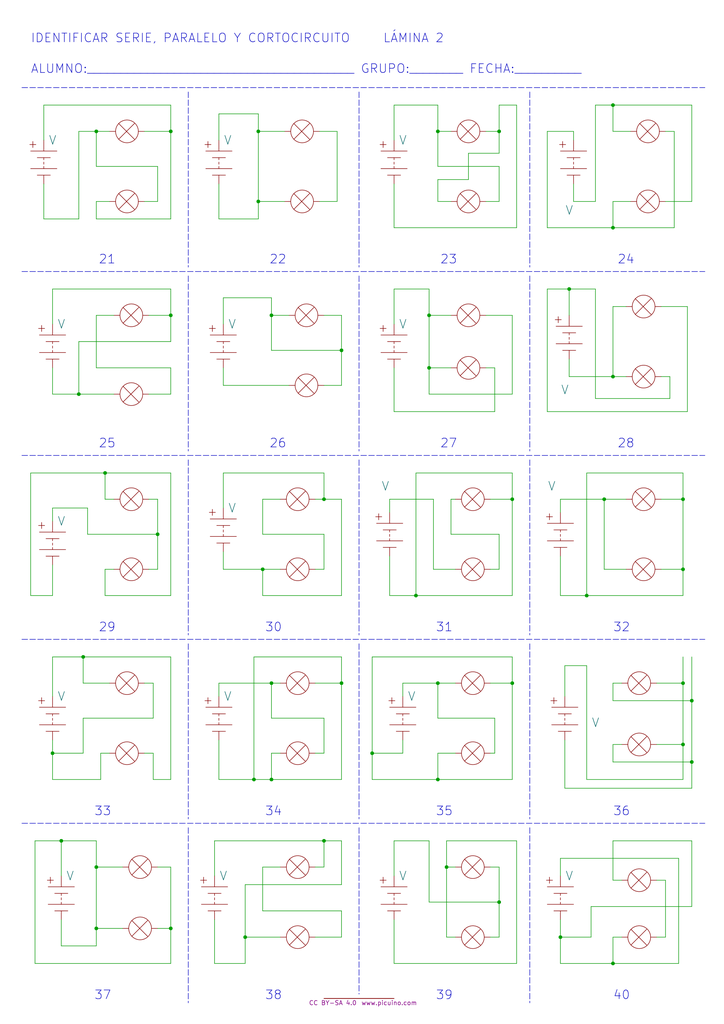
<source format=kicad_sch>
(kicad_sch (version 20211123) (generator eeschema)
  (paper "A4" portrait)
  (title_block (title "Circuitos eléctricos. Identificar serie, paralelo y cortocircuito") (date "16/11/2018") (company "www.picuino.com") (comment 1 "Copyright (c) 2018 by Carlos Pardo") (comment 2 "License CC BY-SA 4.0"))
  (lib_symbols
    (symbol "electric-serie-paralelo-rescue:CopyRight-simbolos" (pin_names (offset 1.016))
      (property "License" "CC BY-SA 4.0" (at -1.27 -1.27 0))
      (property "Web" "www.picuino.com" (at 0 -1.27 0))
      (symbol "CopyRight-simbolos_0_1"
        (polyline (pts (xy -10.16 0) (xy 10.16 0)) (stroke (width 0.2032)))
      )
    )
    (symbol "electric-serie-paralelo-rescue:bateria-simbolos" (pin_names (offset 1.016))
      (property "Reference" "V" (at 5.08 -4.445 0))
      (symbol "bateria-simbolos_0_1"
        (polyline (pts (xy -4.064 -1.27) (xy -2.286 -1.27)))
        (polyline (pts (xy -3.81 -8.255) (xy 3.81 -8.255)))
        (polyline (pts (xy -3.81 -3.175) (xy 3.81 -3.175)))
        (polyline (pts (xy -3.175 -0.381) (xy -3.175 -2.159)))
        (polyline (pts (xy -1.905 -10.16) (xy 1.905 -10.16)))
        (polyline (pts (xy -1.905 -5.08) (xy 1.905 -5.08)))
        (polyline (pts (xy 0 -8.255) (xy 0 -7.62)))
        (polyline (pts (xy 0 -6.985) (xy 0 -6.35)))
        (polyline (pts (xy 0 -5.715) (xy 0 -5.08)))
      )
      (symbol "bateria-simbolos_1_1"
        (pin input line (at 0 -12.7 90) (length 2.54) (name "") (number ""))
        (pin input line (at 0 0 270) (length 3.175) (name "") (number ""))
      )
    )
    (symbol "electric-serie-paralelo-rescue:lampara-simbolos" (pin_names (offset 1.016))
      (property "Reference" "L" (at 4.445 -5.08 0))
      (symbol "lampara-simbolos_0_1"
        (circle (center 0 -5.08) (radius 3.302))
        (polyline (pts (xy -2.286 -7.493) (xy 2.286 -2.921)))
        (polyline (pts (xy -2.286 -2.921) (xy 2.286 -7.493)))
      )
      (symbol "lampara-simbolos_1_1"
        (pin input line (at 0 -10.16 90) (length 1.778) (name "") (number ""))
        (pin input line (at 0 0 270) (length 1.778) (name "") (number ""))
      )
    )
  )
  (junction (at 200.66 220.98))
  (junction (at 127 38.1))
  (junction (at 198.12 198.12))
  (junction (at 198.12 144.78))
  (junction (at 27.94 38.1))
  (junction (at 76.2 165.1))
  (junction (at 177.8 66.04))
  (junction (at 107.95 218.44))
  (junction (at 170.18 172.72))
  (junction (at 198.12 165.1))
  (junction (at 30.48 137.16))
  (junction (at 71.12 271.78))
  (junction (at 15.24 218.44))
  (junction (at 93.98 144.78))
  (junction (at 78.74 198.12))
  (junction (at 27.94 251.46))
  (junction (at 148.59 198.12))
  (junction (at 127 226.06))
  (junction (at 99.06 101.6))
  (junction (at 177.8 279.4))
  (junction (at 17.78 243.84))
  (junction (at 144.78 38.1))
  (junction (at 78.74 226.06))
  (junction (at 165.1 83.82))
  (junction (at 120.65 172.72))
  (junction (at 124.46 91.44))
  (junction (at 74.93 58.42))
  (junction (at 49.53 269.24))
  (junction (at 198.12 215.9))
  (junction (at 93.98 243.84))
  (junction (at 73.66 226.06))
  (junction (at 177.8 30.48))
  (junction (at 45.72 154.94))
  (junction (at 129.54 251.46))
  (junction (at 148.59 144.78))
  (junction (at 49.53 38.1))
  (junction (at 27.94 269.24))
  (junction (at 22.86 114.3))
  (junction (at 177.8 109.22))
  (junction (at 49.53 91.44))
  (junction (at 200.66 203.2))
  (junction (at 74.93 38.1))
  (junction (at 162.56 271.78))
  (junction (at 24.13 190.5))
  (junction (at 124.46 106.68))
  (junction (at 175.26 144.78))
  (junction (at 144.78 261.62))
  (junction (at 78.74 91.44))
  (junction (at 99.06 198.12))
  (junction (at 127 198.12))
  (wire (pts (xy 148.59 144.78) (xy 148.59 172.72)))
  (wire (pts (xy 63.5 33.02) (xy 74.93 33.02)))
  (wire (pts (xy 17.78 254) (xy 17.78 243.84)))
  (wire (pts (xy 158.75 83.82) (xy 158.75 119.38)))
  (wire (pts (xy 135.89 52.07) (xy 135.89 44.45)))
  (wire (pts (xy 127 58.42) (xy 127 52.07)))
  (wire (pts (xy 29.21 226.06) (xy 15.24 226.06)))
  (wire (pts (xy 91.44 271.78) (xy 99.06 271.78)))
  (wire (pts (xy 127 52.07) (xy 135.89 52.07)))
  (wire (pts (xy 149.86 30.48) (xy 149.86 66.04)))
  (wire (pts (xy 63.5 198.12) (xy 78.74 198.12)))
  (wire (pts (xy 78.74 208.28) (xy 93.98 208.28)))
  (wire (pts (xy 144.78 38.1) (xy 144.78 30.48)))
  (wire (pts (xy 49.53 251.46) (xy 45.72 251.46)))
  (polyline (pts (xy 6.35 238.76) (xy 204.47 238.76)))
  (wire (pts (xy 199.39 119.38) (xy 199.39 88.9)))
  (wire (pts (xy 116.84 218.44) (xy 116.84 214.63)))
  (wire (pts (xy 33.02 165.1) (xy 30.48 165.1)))
  (wire (pts (xy 64.77 106.68) (xy 64.77 111.76)))
  (wire (pts (xy 171.45 262.89) (xy 171.45 271.78)))
  (wire (pts (xy 74.93 33.02) (xy 74.93 38.1)))
  (polyline (pts (xy 54.61 26.67) (xy 54.61 77.47)))
  (wire (pts (xy 27.94 251.46) (xy 27.94 269.24)))
  (wire (pts (xy 166.37 38.1) (xy 158.75 38.1)))
  (wire (pts (xy 45.72 48.26) (xy 45.72 58.42)))
  (wire (pts (xy 78.74 198.12) (xy 78.74 208.28)))
  (wire (pts (xy 132.08 271.78) (xy 129.54 271.78)))
  (wire (pts (xy 24.13 208.28) (xy 44.45 208.28)))
  (wire (pts (xy 81.28 144.78) (xy 76.2 144.78)))
  (wire (pts (xy 165.1 83.82) (xy 158.75 83.82)))
  (wire (pts (xy 78.74 86.36) (xy 64.77 86.36)))
  (wire (pts (xy 177.8 215.9) (xy 177.8 220.98)))
  (wire (pts (xy 99.06 264.16) (xy 76.2 264.16)))
  (wire (pts (xy 198.12 215.9) (xy 198.12 226.06)))
  (wire (pts (xy 163.83 193.04) (xy 170.18 193.04)))
  (wire (pts (xy 49.53 30.48) (xy 49.53 38.1)))
  (wire (pts (xy 93.98 243.84) (xy 99.06 243.84)))
  (wire (pts (xy 198.12 198.12) (xy 190.5 198.12)))
  (wire (pts (xy 45.72 144.78) (xy 43.18 144.78)))
  (wire (pts (xy 62.23 254) (xy 62.23 243.84)))
  (wire (pts (xy 93.98 154.94) (xy 93.98 165.1)))
  (wire (pts (xy 76.2 165.1) (xy 76.2 172.72)))
  (wire (pts (xy 148.59 226.06) (xy 148.59 198.12)))
  (wire (pts (xy 76.2 165.1) (xy 64.77 165.1)))
  (wire (pts (xy 114.3 93.98) (xy 114.3 83.82)))
  (wire (pts (xy 198.12 165.1) (xy 198.12 172.72)))
  (wire (pts (xy 166.37 58.42) (xy 172.72 58.42)))
  (wire (pts (xy 125.73 144.78) (xy 125.73 165.1)))
  (wire (pts (xy 144.78 251.46) (xy 144.78 261.62)))
  (wire (pts (xy 163.83 228.6) (xy 200.66 228.6)))
  (wire (pts (xy 181.61 88.9) (xy 177.8 88.9)))
  (wire (pts (xy 162.56 254) (xy 162.56 248.92)))
  (wire (pts (xy 27.94 38.1) (xy 27.94 48.26)))
  (wire (pts (xy 148.59 137.16) (xy 120.65 137.16)))
  (wire (pts (xy 148.59 114.3) (xy 148.59 91.44)))
  (wire (pts (xy 166.37 40.64) (xy 166.37 38.1)))
  (wire (pts (xy 15.24 83.82) (xy 49.53 83.82)))
  (wire (pts (xy 158.75 119.38) (xy 199.39 119.38)))
  (wire (pts (xy 93.98 144.78) (xy 91.44 144.78)))
  (wire (pts (xy 165.1 109.22) (xy 165.1 104.14)))
  (wire (pts (xy 15.24 172.72) (xy 8.89 172.72)))
  (wire (pts (xy 17.78 243.84) (xy 27.94 243.84)))
  (wire (pts (xy 125.73 165.1) (xy 132.08 165.1)))
  (wire (pts (xy 166.37 53.34) (xy 166.37 58.42)))
  (wire (pts (xy 44.45 218.44) (xy 44.45 226.06)))
  (wire (pts (xy 198.12 226.06) (xy 170.18 226.06)))
  (polyline (pts (xy 54.61 133.35) (xy 54.61 184.15)))
  (polyline (pts (xy 104.14 80.01) (xy 104.14 130.81)))
  (wire (pts (xy 27.94 91.44) (xy 27.94 106.68)))
  (wire (pts (xy 114.3 83.82) (xy 124.46 83.82)))
  (wire (pts (xy 198.12 144.78) (xy 198.12 165.1)))
  (wire (pts (xy 200.66 190.5) (xy 200.66 203.2)))
  (wire (pts (xy 10.16 243.84) (xy 10.16 279.4)))
  (wire (pts (xy 82.55 38.1) (xy 74.93 38.1)))
  (wire (pts (xy 30.48 144.78) (xy 33.02 144.78)))
  (wire (pts (xy 196.85 248.92) (xy 196.85 279.4)))
  (wire (pts (xy 170.18 226.06) (xy 170.18 193.04)))
  (wire (pts (xy 193.04 271.78) (xy 190.5 271.78)))
  (wire (pts (xy 49.53 91.44) (xy 49.53 99.06)))
  (wire (pts (xy 165.1 83.82) (xy 172.72 83.82)))
  (wire (pts (xy 177.8 30.48) (xy 200.66 30.48)))
  (wire (pts (xy 49.53 137.16) (xy 30.48 137.16)))
  (wire (pts (xy 165.1 91.44) (xy 165.1 83.82)))
  (polyline (pts (xy 6.35 185.42) (xy 204.47 185.42)))
  (wire (pts (xy 29.21 218.44) (xy 29.21 226.06)))
  (wire (pts (xy 15.24 218.44) (xy 24.13 218.44)))
  (wire (pts (xy 27.94 38.1) (xy 31.75 38.1)))
  (wire (pts (xy 107.95 190.5) (xy 107.95 218.44)))
  (wire (pts (xy 73.66 226.06) (xy 78.74 226.06)))
  (wire (pts (xy 149.86 66.04) (xy 114.3 66.04)))
  (wire (pts (xy 71.12 271.78) (xy 71.12 279.4)))
  (wire (pts (xy 177.8 109.22) (xy 181.61 109.22)))
  (wire (pts (xy 142.24 165.1) (xy 144.78 165.1)))
  (wire (pts (xy 31.75 218.44) (xy 29.21 218.44)))
  (wire (pts (xy 24.13 190.5) (xy 49.53 190.5)))
  (wire (pts (xy 99.06 256.54) (xy 71.12 256.54)))
  (wire (pts (xy 93.98 91.44) (xy 99.06 91.44)))
  (wire (pts (xy 15.24 190.5) (xy 24.13 190.5)))
  (wire (pts (xy 63.5 226.06) (xy 63.5 214.63)))
  (wire (pts (xy 76.2 251.46) (xy 81.28 251.46)))
  (polyline (pts (xy 104.14 240.03) (xy 104.14 288.29)))
  (wire (pts (xy 158.75 66.04) (xy 177.8 66.04)))
  (wire (pts (xy 200.66 58.42) (xy 193.04 58.42)))
  (wire (pts (xy 148.59 91.44) (xy 140.97 91.44)))
  (wire (pts (xy 63.5 201.93) (xy 63.5 198.12)))
  (wire (pts (xy 30.48 172.72) (xy 49.53 172.72)))
  (wire (pts (xy 177.8 109.22) (xy 165.1 109.22)))
  (wire (pts (xy 107.95 218.44) (xy 107.95 226.06)))
  (polyline (pts (xy 54.61 186.69) (xy 54.61 237.49)))
  (wire (pts (xy 49.53 190.5) (xy 49.53 226.06)))
  (wire (pts (xy 194.31 115.57) (xy 194.31 109.22)))
  (wire (pts (xy 49.53 114.3) (xy 43.18 114.3)))
  (wire (pts (xy 162.56 271.78) (xy 162.56 266.7)))
  (polyline (pts (xy 153.67 26.67) (xy 153.67 77.47)))
  (wire (pts (xy 41.91 218.44) (xy 44.45 218.44)))
  (wire (pts (xy 93.98 165.1) (xy 91.44 165.1)))
  (wire (pts (xy 127 198.12) (xy 127 208.28)))
  (wire (pts (xy 144.78 58.42) (xy 140.97 58.42)))
  (wire (pts (xy 27.94 63.5) (xy 27.94 58.42)))
  (polyline (pts (xy 54.61 240.03) (xy 54.61 290.83)))
  (wire (pts (xy 15.24 201.93) (xy 15.24 190.5)))
  (wire (pts (xy 64.77 147.32) (xy 64.77 137.16)))
  (wire (pts (xy 177.8 66.04) (xy 195.58 66.04)))
  (wire (pts (xy 27.94 243.84) (xy 27.94 251.46)))
  (wire (pts (xy 17.78 243.84) (xy 10.16 243.84)))
  (wire (pts (xy 162.56 148.59) (xy 162.56 144.78)))
  (wire (pts (xy 81.28 218.44) (xy 78.74 218.44)))
  (wire (pts (xy 177.8 198.12) (xy 177.8 203.2)))
  (wire (pts (xy 200.66 262.89) (xy 171.45 262.89)))
  (wire (pts (xy 99.06 172.72) (xy 99.06 144.78)))
  (wire (pts (xy 83.82 91.44) (xy 78.74 91.44)))
  (wire (pts (xy 127 218.44) (xy 127 226.06)))
  (wire (pts (xy 22.86 38.1) (xy 27.94 38.1)))
  (wire (pts (xy 78.74 226.06) (xy 99.06 226.06)))
  (wire (pts (xy 78.74 91.44) (xy 78.74 101.6)))
  (wire (pts (xy 49.53 38.1) (xy 49.53 63.5)))
  (wire (pts (xy 99.06 111.76) (xy 93.98 111.76)))
  (wire (pts (xy 127 30.48) (xy 127 38.1)))
  (wire (pts (xy 24.13 218.44) (xy 24.13 208.28)))
  (wire (pts (xy 116.84 198.12) (xy 116.84 201.93)))
  (wire (pts (xy 91.44 251.46) (xy 93.98 251.46)))
  (wire (pts (xy 93.98 251.46) (xy 93.98 243.84)))
  (wire (pts (xy 73.66 226.06) (xy 63.5 226.06)))
  (wire (pts (xy 198.12 198.12) (xy 198.12 215.9)))
  (wire (pts (xy 200.66 243.84) (xy 200.66 262.89)))
  (polyline (pts (xy 153.67 186.69) (xy 153.67 237.49)))
  (wire (pts (xy 49.53 83.82) (xy 49.53 91.44)))
  (wire (pts (xy 99.06 144.78) (xy 93.98 144.78)))
  (wire (pts (xy 114.3 30.48) (xy 127 30.48)))
  (wire (pts (xy 180.34 215.9) (xy 177.8 215.9)))
  (wire (pts (xy 45.72 58.42) (xy 41.91 58.42)))
  (wire (pts (xy 200.66 30.48) (xy 200.66 58.42)))
  (wire (pts (xy 73.66 190.5) (xy 73.66 226.06)))
  (wire (pts (xy 24.13 198.12) (xy 24.13 190.5)))
  (wire (pts (xy 64.77 137.16) (xy 93.98 137.16)))
  (wire (pts (xy 140.97 106.68) (xy 143.51 106.68)))
  (wire (pts (xy 198.12 215.9) (xy 190.5 215.9)))
  (wire (pts (xy 144.78 271.78) (xy 142.24 271.78)))
  (wire (pts (xy 76.2 172.72) (xy 99.06 172.72)))
  (wire (pts (xy 12.7 30.48) (xy 49.53 30.48)))
  (wire (pts (xy 30.48 165.1) (xy 30.48 172.72)))
  (wire (pts (xy 74.93 38.1) (xy 74.93 58.42)))
  (wire (pts (xy 144.78 165.1) (xy 144.78 154.94)))
  (wire (pts (xy 170.18 172.72) (xy 162.56 172.72)))
  (wire (pts (xy 78.74 101.6) (xy 99.06 101.6)))
  (wire (pts (xy 124.46 261.62) (xy 144.78 261.62)))
  (wire (pts (xy 71.12 279.4) (xy 62.23 279.4)))
  (wire (pts (xy 124.46 114.3) (xy 148.59 114.3)))
  (wire (pts (xy 194.31 109.22) (xy 191.77 109.22)))
  (wire (pts (xy 45.72 154.94) (xy 45.72 165.1)))
  (wire (pts (xy 162.56 172.72) (xy 162.56 161.29)))
  (wire (pts (xy 93.98 137.16) (xy 93.98 144.78)))
  (wire (pts (xy 22.86 114.3) (xy 33.02 114.3)))
  (wire (pts (xy 62.23 279.4) (xy 62.23 266.7)))
  (wire (pts (xy 127 226.06) (xy 148.59 226.06)))
  (wire (pts (xy 190.5 255.27) (xy 193.04 255.27)))
  (wire (pts (xy 76.2 154.94) (xy 93.98 154.94)))
  (wire (pts (xy 130.81 154.94) (xy 130.81 144.78)))
  (polyline (pts (xy 153.67 240.03) (xy 153.67 290.83)))
  (wire (pts (xy 163.83 201.93) (xy 163.83 193.04)))
  (wire (pts (xy 195.58 38.1) (xy 193.04 38.1)))
  (wire (pts (xy 114.3 119.38) (xy 114.3 106.68)))
  (wire (pts (xy 177.8 243.84) (xy 200.66 243.84)))
  (wire (pts (xy 97.79 38.1) (xy 97.79 58.42)))
  (wire (pts (xy 143.51 218.44) (xy 142.24 218.44)))
  (wire (pts (xy 130.81 144.78) (xy 132.08 144.78)))
  (wire (pts (xy 172.72 115.57) (xy 194.31 115.57)))
  (wire (pts (xy 149.86 243.84) (xy 149.86 279.4)))
  (wire (pts (xy 198.12 172.72) (xy 170.18 172.72)))
  (wire (pts (xy 49.53 269.24) (xy 49.53 251.46)))
  (wire (pts (xy 114.3 40.64) (xy 114.3 30.48)))
  (wire (pts (xy 12.7 53.34) (xy 12.7 63.5)))
  (wire (pts (xy 12.7 40.64) (xy 12.7 30.48)))
  (wire (pts (xy 144.78 30.48) (xy 149.86 30.48)))
  (wire (pts (xy 171.45 271.78) (xy 162.56 271.78)))
  (wire (pts (xy 177.8 271.78) (xy 177.8 279.4)))
  (wire (pts (xy 144.78 44.45) (xy 144.78 38.1)))
  (wire (pts (xy 170.18 137.16) (xy 170.18 172.72)))
  (wire (pts (xy 92.71 38.1) (xy 97.79 38.1)))
  (wire (pts (xy 142.24 251.46) (xy 144.78 251.46)))
  (wire (pts (xy 49.53 106.68) (xy 49.53 114.3)))
  (polyline (pts (xy 6.35 78.74) (xy 204.47 78.74)))
  (wire (pts (xy 144.78 154.94) (xy 130.81 154.94)))
  (wire (pts (xy 132.08 198.12) (xy 127 198.12)))
  (wire (pts (xy 113.03 148.59) (xy 113.03 144.78)))
  (wire (pts (xy 63.5 40.64) (xy 63.5 33.02)))
  (wire (pts (xy 124.46 243.84) (xy 124.46 261.62)))
  (wire (pts (xy 25.4 147.32) (xy 25.4 154.94)))
  (wire (pts (xy 35.56 269.24) (xy 27.94 269.24)))
  (wire (pts (xy 64.77 86.36) (xy 64.77 93.98)))
  (wire (pts (xy 124.46 106.68) (xy 124.46 114.3)))
  (wire (pts (xy 22.86 63.5) (xy 22.86 38.1)))
  (wire (pts (xy 27.94 48.26) (xy 45.72 48.26)))
  (wire (pts (xy 78.74 218.44) (xy 78.74 226.06)))
  (wire (pts (xy 74.93 63.5) (xy 63.5 63.5)))
  (wire (pts (xy 114.3 66.04) (xy 114.3 53.34)))
  (polyline (pts (xy 6.35 132.08) (xy 204.47 132.08)))
  (wire (pts (xy 97.79 58.42) (xy 92.71 58.42)))
  (wire (pts (xy 45.72 165.1) (xy 43.18 165.1)))
  (wire (pts (xy 198.12 137.16) (xy 170.18 137.16)))
  (wire (pts (xy 120.65 137.16) (xy 120.65 172.72)))
  (wire (pts (xy 49.53 269.24) (xy 45.72 269.24)))
  (polyline (pts (xy 104.14 186.69) (xy 104.14 237.49)))
  (wire (pts (xy 71.12 256.54) (xy 71.12 271.78)))
  (wire (pts (xy 199.39 88.9) (xy 191.77 88.9)))
  (wire (pts (xy 44.45 198.12) (xy 41.91 198.12)))
  (wire (pts (xy 124.46 83.82) (xy 124.46 91.44)))
  (wire (pts (xy 182.88 38.1) (xy 177.8 38.1)))
  (wire (pts (xy 99.06 198.12) (xy 91.44 198.12)))
  (polyline (pts (xy 153.67 133.35) (xy 153.67 184.15)))
  (wire (pts (xy 177.8 255.27) (xy 177.8 243.84)))
  (wire (pts (xy 158.75 38.1) (xy 158.75 66.04)))
  (wire (pts (xy 196.85 279.4) (xy 177.8 279.4)))
  (wire (pts (xy 17.78 274.32) (xy 17.78 266.7)))
  (wire (pts (xy 200.66 220.98) (xy 200.66 228.6)))
  (wire (pts (xy 129.54 243.84) (xy 149.86 243.84)))
  (wire (pts (xy 175.26 144.78) (xy 181.61 144.78)))
  (wire (pts (xy 15.24 114.3) (xy 15.24 106.68)))
  (wire (pts (xy 130.81 58.42) (xy 127 58.42)))
  (wire (pts (xy 81.28 165.1) (xy 76.2 165.1)))
  (wire (pts (xy 127 198.12) (xy 116.84 198.12)))
  (wire (pts (xy 177.8 220.98) (xy 200.66 220.98)))
  (wire (pts (xy 99.06 271.78) (xy 99.06 264.16)))
  (wire (pts (xy 177.8 279.4) (xy 162.56 279.4)))
  (wire (pts (xy 130.81 106.68) (xy 124.46 106.68)))
  (wire (pts (xy 49.53 226.06) (xy 44.45 226.06)))
  (wire (pts (xy 132.08 218.44) (xy 127 218.44)))
  (wire (pts (xy 143.51 106.68) (xy 143.51 119.38)))
  (wire (pts (xy 129.54 271.78) (xy 129.54 251.46)))
  (wire (pts (xy 114.3 243.84) (xy 124.46 243.84)))
  (wire (pts (xy 172.72 83.82) (xy 172.72 115.57)))
  (wire (pts (xy 78.74 91.44) (xy 78.74 86.36)))
  (wire (pts (xy 162.56 279.4) (xy 162.56 271.78)))
  (wire (pts (xy 49.53 63.5) (xy 27.94 63.5)))
  (wire (pts (xy 127 38.1) (xy 130.81 38.1)))
  (wire (pts (xy 175.26 144.78) (xy 175.26 165.1)))
  (wire (pts (xy 15.24 93.98) (xy 15.24 83.82)))
  (wire (pts (xy 144.78 48.26) (xy 144.78 58.42)))
  (wire (pts (xy 114.3 279.4) (xy 114.3 266.7)))
  (wire (pts (xy 129.54 251.46) (xy 132.08 251.46)))
  (wire (pts (xy 22.86 114.3) (xy 15.24 114.3)))
  (wire (pts (xy 148.59 144.78) (xy 148.59 137.16)))
  (wire (pts (xy 191.77 165.1) (xy 198.12 165.1)))
  (wire (pts (xy 127 48.26) (xy 144.78 48.26)))
  (wire (pts (xy 93.98 218.44) (xy 91.44 218.44)))
  (polyline (pts (xy 104.14 26.67) (xy 104.14 77.47)))
  (wire (pts (xy 198.12 144.78) (xy 198.12 137.16)))
  (wire (pts (xy 198.12 190.5) (xy 198.12 198.12)))
  (wire (pts (xy 99.06 198.12) (xy 99.06 190.5)))
  (wire (pts (xy 99.06 101.6) (xy 99.06 111.76)))
  (wire (pts (xy 81.28 271.78) (xy 71.12 271.78)))
  (polyline (pts (xy 6.35 25.4) (xy 204.47 25.4)))
  (wire (pts (xy 10.16 279.4) (xy 49.53 279.4)))
  (polyline (pts (xy 54.61 80.01) (xy 54.61 130.81)))
  (wire (pts (xy 113.03 172.72) (xy 113.03 161.29)))
  (wire (pts (xy 129.54 243.84) (xy 129.54 251.46)))
  (wire (pts (xy 62.23 243.84) (xy 93.98 243.84)))
  (wire (pts (xy 49.53 38.1) (xy 41.91 38.1)))
  (wire (pts (xy 107.95 218.44) (xy 116.84 218.44)))
  (wire (pts (xy 74.93 58.42) (xy 74.93 63.5)))
  (wire (pts (xy 149.86 279.4) (xy 114.3 279.4)))
  (wire (pts (xy 182.88 58.42) (xy 177.8 58.42)))
  (wire (pts (xy 107.95 226.06) (xy 127 226.06)))
  (wire (pts (xy 180.34 198.12) (xy 177.8 198.12)))
  (wire (pts (xy 162.56 248.92) (xy 196.85 248.92)))
  (wire (pts (xy 15.24 218.44) (xy 15.24 214.63)))
  (wire (pts (xy 140.97 38.1) (xy 144.78 38.1)))
  (wire (pts (xy 127 38.1) (xy 127 48.26)))
  (wire (pts (xy 177.8 88.9) (xy 177.8 109.22)))
  (wire (pts (xy 30.48 137.16) (xy 30.48 144.78)))
  (wire (pts (xy 22.86 99.06) (xy 22.86 114.3)))
  (wire (pts (xy 148.59 190.5) (xy 107.95 190.5)))
  (wire (pts (xy 180.34 271.78) (xy 177.8 271.78)))
  (wire (pts (xy 142.24 144.78) (xy 148.59 144.78)))
  (wire (pts (xy 195.58 66.04) (xy 195.58 38.1)))
  (wire (pts (xy 200.66 203.2) (xy 200.66 220.98)))
  (wire (pts (xy 82.55 58.42) (xy 74.93 58.42)))
  (wire (pts (xy 143.51 208.28) (xy 143.51 218.44)))
  (wire (pts (xy 148.59 198.12) (xy 142.24 198.12)))
  (wire (pts (xy 44.45 208.28) (xy 44.45 198.12)))
  (wire (pts (xy 8.89 172.72) (xy 8.89 137.16)))
  (wire (pts (xy 163.83 214.63) (xy 163.83 228.6)))
  (wire (pts (xy 177.8 38.1) (xy 177.8 30.48)))
  (wire (pts (xy 64.77 165.1) (xy 64.77 160.02)))
  (polyline (pts (xy 104.14 133.35) (xy 104.14 184.15)))
  (wire (pts (xy 113.03 144.78) (xy 125.73 144.78)))
  (wire (pts (xy 99.06 190.5) (xy 73.66 190.5)))
  (wire (pts (xy 144.78 261.62) (xy 144.78 271.78)))
  (wire (pts (xy 25.4 154.94) (xy 45.72 154.94)))
  (wire (pts (xy 78.74 198.12) (xy 81.28 198.12)))
  (wire (pts (xy 27.94 106.68) (xy 49.53 106.68)))
  (wire (pts (xy 175.26 165.1) (xy 181.61 165.1)))
  (wire (pts (xy 127 208.28) (xy 143.51 208.28)))
  (wire (pts (xy 27.94 58.42) (xy 31.75 58.42)))
  (wire (pts (xy 124.46 91.44) (xy 124.46 106.68)))
  (wire (pts (xy 172.72 30.48) (xy 177.8 30.48)))
  (wire (pts (xy 177.8 203.2) (xy 200.66 203.2)))
  (wire (pts (xy 99.06 91.44) (xy 99.06 101.6)))
  (wire (pts (xy 15.24 163.83) (xy 15.24 172.72)))
  (wire (pts (xy 193.04 255.27) (xy 193.04 271.78)))
  (wire (pts (xy 63.5 63.5) (xy 63.5 53.34)))
  (wire (pts (xy 15.24 151.13) (xy 15.24 147.32)))
  (wire (pts (xy 49.53 279.4) (xy 49.53 269.24)))
  (wire (pts (xy 49.53 99.06) (xy 22.86 99.06)))
  (wire (pts (xy 76.2 144.78) (xy 76.2 154.94)))
  (wire (pts (xy 76.2 264.16) (xy 76.2 251.46)))
  (wire (pts (xy 15.24 226.06) (xy 15.24 218.44)))
  (wire (pts (xy 93.98 208.28) (xy 93.98 218.44)))
  (polyline (pts (xy 153.67 80.01) (xy 153.67 130.81)))
  (wire (pts (xy 15.24 147.32) (xy 25.4 147.32)))
  (wire (pts (xy 35.56 251.46) (xy 27.94 251.46)))
  (wire (pts (xy 27.94 274.32) (xy 17.78 274.32)))
  (wire (pts (xy 27.94 269.24) (xy 27.94 274.32)))
  (wire (pts (xy 114.3 254) (xy 114.3 243.84)))
  (wire (pts (xy 49.53 172.72) (xy 49.53 137.16)))
  (wire (pts (xy 120.65 172.72) (xy 113.03 172.72)))
  (wire (pts (xy 162.56 144.78) (xy 175.26 144.78)))
  (wire (pts (xy 64.77 111.76) (xy 83.82 111.76)))
  (wire (pts (xy 99.06 243.84) (xy 99.06 256.54)))
  (wire (pts (xy 148.59 172.72) (xy 120.65 172.72)))
  (wire (pts (xy 114.3 119.38) (xy 143.51 119.38)))
  (wire (pts (xy 130.81 91.44) (xy 124.46 91.44)))
  (wire (pts (xy 49.53 91.44) (xy 43.18 91.44)))
  (wire (pts (xy 99.06 226.06) (xy 99.06 198.12)))
  (wire (pts (xy 172.72 58.42) (xy 172.72 30.48)))
  (wire (pts (xy 31.75 198.12) (xy 24.13 198.12)))
  (wire (pts (xy 180.34 255.27) (xy 177.8 255.27)))
  (wire (pts (xy 191.77 144.78) (xy 198.12 144.78)))
  (wire (pts (xy 177.8 58.42) (xy 177.8 66.04)))
  (wire (pts (xy 8.89 137.16) (xy 30.48 137.16)))
  (wire (pts (xy 135.89 44.45) (xy 144.78 44.45)))
  (wire (pts (xy 12.7 63.5) (xy 22.86 63.5)))
  (wire (pts (xy 148.59 198.12) (xy 148.59 190.5)))
  (wire (pts (xy 33.02 91.44) (xy 27.94 91.44)))
  (wire (pts (xy 45.72 154.94) (xy 45.72 144.78)))
  (text "35" (at 126.365 236.855 0) (effects (font (size 2.54 2.54)) (justify left bottom)))
  (text "24" (at 179.07 76.835 0) (effects (font (size 2.54 2.54)) (justify left bottom)))
  (text "33" (at 27.305 236.855 0) (effects (font (size 2.54 2.54)) (justify left bottom)))
  (text "30" (at 76.835 183.515 0) (effects (font (size 2.54 2.54)) (justify left bottom)))
  (text "25" (at 28.575 130.175 0) (effects (font (size 2.54 2.54)) (justify left bottom)))
  (text "37" (at 27.305 290.195 0) (effects (font (size 2.54 2.54)) (justify left bottom)))
  (text "38" (at 76.835 290.195 0) (effects (font (size 2.54 2.54)) (justify left bottom)))
  (text "28" (at 179.07 130.175 0) (effects (font (size 2.54 2.54)) (justify left bottom)))
  (text "40" (at 177.8 290.195 0) (effects (font (size 2.54 2.54)) (justify left bottom)))
  (text "23" (at 127.635 76.835 0) (effects (font (size 2.54 2.54)) (justify left bottom)))
  (text "39" (at 126.365 290.195 0) (effects (font (size 2.54 2.54)) (justify left bottom)))
  (text "26" (at 78.105 130.175 0) (effects (font (size 2.54 2.54)) (justify left bottom)))
  (text "36" (at 177.8 236.855 0) (effects (font (size 2.54 2.54)) (justify left bottom)))
  (text "ALUMNO:________________________________________ GRUPO:________ FECHA:__________\n" (at 8.89 21.59 0) (effects (font (size 2.54 2.54)) (justify left bottom)))
  (text "29" (at 28.575 183.515 0) (effects (font (size 2.54 2.54)) (justify left bottom)))
  (text "32" (at 177.8 183.515 0) (effects (font (size 2.54 2.54)) (justify left bottom)))
  (text "21" (at 28.575 76.835 0) (effects (font (size 2.54 2.54)) (justify left bottom)))
  (text "27" (at 127.635 130.175 0) (effects (font (size 2.54 2.54)) (justify left bottom)))
  (text "34" (at 76.835 236.855 0) (effects (font (size 2.54 2.54)) (justify left bottom)))
  (text "22" (at 78.105 76.835 0) (effects (font (size 2.54 2.54)) (justify left bottom)))
  (text "IDENTIFICAR SERIE, PARALELO Y CORTOCIRCUITO     LÁMINA 2\n" (at 8.89 12.7 0) (effects (font (size 2.54 2.54)) (justify left bottom)))
  (text "31" (at 126.365 183.515 0) (effects (font (size 2.54 2.54)) (justify left bottom)))
  (symbol (lib_id "electric-serie-paralelo-rescue:bateria-simbolos") (at 114.3 40.64 0) (unit 1)
    (property "Reference" "V" (at 115.57 40.64 0) (effects (font (size 2.54 2.54)) (justify left)))
    (property "Value" "bateria" (effects hide))
  )
  (symbol (lib_id "electric-serie-paralelo-rescue:lampara-simbolos") (at 43.18 144.78 270) (unit 1)
    (property "Reference" "L57" (effects hide))
    (property "Value" "lampara" (effects hide))
  )
  (symbol (lib_id "electric-serie-paralelo-rescue:lampara-simbolos") (at 43.18 165.1 270) (unit 1)
    (property "Reference" "L61" (effects hide))
    (property "Value" "lampara" (effects hide))
  )
  (symbol (lib_id "electric-serie-paralelo-rescue:lampara-simbolos") (at 91.44 144.78 270) (unit 1)
    (property "Reference" "L58" (effects hide))
    (property "Value" "lampara" (effects hide))
  )
  (symbol (lib_id "electric-serie-paralelo-rescue:lampara-simbolos") (at 91.44 165.1 270) (unit 1)
    (property "Reference" "L62" (effects hide))
    (property "Value" "lampara" (effects hide))
  )
  (symbol (lib_id "electric-serie-paralelo-rescue:bateria-simbolos") (at 113.03 148.59 0) (unit 1)
    (property "Reference" "V" (at 110.49 140.97 0) (effects (font (size 2.54 2.54)) (justify left)))
    (property "Value" "bateria" (effects hide))
  )
  (symbol (lib_id "electric-serie-paralelo-rescue:bateria-simbolos") (at 15.24 151.13 0) (unit 1)
    (property "Reference" "V" (at 16.51 151.13 0) (effects (font (size 2.54 2.54)) (justify left)))
    (property "Value" "bateria" (effects hide))
  )
  (symbol (lib_id "electric-serie-paralelo-rescue:lampara-simbolos") (at 142.24 144.78 270) (unit 1)
    (property "Reference" "L59" (effects hide))
    (property "Value" "lampara" (effects hide))
  )
  (symbol (lib_id "electric-serie-paralelo-rescue:lampara-simbolos") (at 142.24 165.1 270) (unit 1)
    (property "Reference" "L63" (effects hide))
    (property "Value" "lampara" (effects hide))
  )
  (symbol (lib_id "electric-serie-paralelo-rescue:bateria-simbolos") (at 162.56 148.59 0) (unit 1)
    (property "Reference" "V" (at 158.75 140.97 0) (effects (font (size 2.54 2.54)) (justify left)))
    (property "Value" "bateria" (effects hide))
  )
  (symbol (lib_id "electric-serie-paralelo-rescue:lampara-simbolos") (at 41.91 198.12 270) (unit 1)
    (property "Reference" "L65" (effects hide))
    (property "Value" "lampara" (effects hide))
  )
  (symbol (lib_id "electric-serie-paralelo-rescue:bateria-simbolos") (at 163.83 201.93 0) (unit 1)
    (property "Reference" "V" (at 171.45 209.55 0) (effects (font (size 2.54 2.54)) (justify left)))
    (property "Value" "bateria" (effects hide))
  )
  (symbol (lib_id "electric-serie-paralelo-rescue:lampara-simbolos") (at 91.44 198.12 270) (unit 1)
    (property "Reference" "L66" (effects hide))
    (property "Value" "lampara" (effects hide))
  )
  (symbol (lib_id "electric-serie-paralelo-rescue:lampara-simbolos") (at 91.44 218.44 270) (unit 1)
    (property "Reference" "L71" (effects hide))
    (property "Value" "lampara" (effects hide))
  )
  (symbol (lib_id "electric-serie-paralelo-rescue:bateria-simbolos") (at 15.24 201.93 0) (unit 1)
    (property "Reference" "V" (at 16.51 201.93 0) (effects (font (size 2.54 2.54)) (justify left)))
    (property "Value" "bateria" (effects hide))
  )
  (symbol (lib_id "electric-serie-paralelo-rescue:lampara-simbolos") (at 190.5 198.12 270) (unit 1)
    (property "Reference" "L68" (effects hide))
    (property "Value" "lampara" (effects hide))
  )
  (symbol (lib_id "electric-serie-paralelo-rescue:lampara-simbolos") (at 190.5 215.9 270) (unit 1)
    (property "Reference" "L69" (effects hide))
    (property "Value" "lampara" (effects hide))
  )
  (symbol (lib_id "electric-serie-paralelo-rescue:bateria-simbolos") (at 116.84 201.93 0) (unit 1)
    (property "Reference" "V" (at 118.11 201.93 0) (effects (font (size 2.54 2.54)) (justify left)))
    (property "Value" "bateria" (effects hide))
  )
  (symbol (lib_id "electric-serie-paralelo-rescue:lampara-simbolos") (at 142.24 198.12 270) (unit 1)
    (property "Reference" "L67" (effects hide))
    (property "Value" "lampara" (effects hide))
  )
  (symbol (lib_id "electric-serie-paralelo-rescue:lampara-simbolos") (at 142.24 218.44 270) (unit 1)
    (property "Reference" "L72" (effects hide))
    (property "Value" "lampara" (effects hide))
  )
  (symbol (lib_id "electric-serie-paralelo-rescue:bateria-simbolos") (at 63.5 201.93 0) (unit 1)
    (property "Reference" "V" (at 64.77 201.93 0) (effects (font (size 2.54 2.54)) (justify left)))
    (property "Value" "bateria" (effects hide))
  )
  (symbol (lib_id "electric-serie-paralelo-rescue:lampara-simbolos") (at 45.72 251.46 270) (unit 1)
    (property "Reference" "L73" (effects hide))
    (property "Value" "lampara" (effects hide))
  )
  (symbol (lib_id "electric-serie-paralelo-rescue:lampara-simbolos") (at 45.72 269.24 270) (unit 1)
    (property "Reference" "L77" (effects hide))
    (property "Value" "lampara" (effects hide))
  )
  (symbol (lib_id "electric-serie-paralelo-rescue:bateria-simbolos") (at 162.56 254 0) (unit 1)
    (property "Reference" "V" (at 163.83 254 0) (effects (font (size 2.54 2.54)) (justify left)))
    (property "Value" "bateria" (effects hide))
  )
  (symbol (lib_id "electric-serie-paralelo-rescue:lampara-simbolos") (at 91.44 251.46 270) (unit 1)
    (property "Reference" "L74" (effects hide))
    (property "Value" "lampara" (effects hide))
  )
  (symbol (lib_id "electric-serie-paralelo-rescue:lampara-simbolos") (at 91.44 271.78 270) (unit 1)
    (property "Reference" "L78" (effects hide))
    (property "Value" "lampara" (effects hide))
  )
  (symbol (lib_id "electric-serie-paralelo-rescue:bateria-simbolos") (at 17.78 254 0) (unit 1)
    (property "Reference" "V" (at 19.05 254 0) (effects (font (size 2.54 2.54)) (justify left)))
    (property "Value" "bateria" (effects hide))
  )
  (symbol (lib_id "electric-serie-paralelo-rescue:lampara-simbolos") (at 190.5 255.27 270) (unit 1)
    (property "Reference" "L76" (effects hide))
    (property "Value" "lampara" (effects hide))
  )
  (symbol (lib_id "electric-serie-paralelo-rescue:lampara-simbolos") (at 190.5 271.78 270) (unit 1)
    (property "Reference" "L80" (effects hide))
    (property "Value" "lampara" (effects hide))
  )
  (symbol (lib_id "electric-serie-paralelo-rescue:bateria-simbolos") (at 114.3 254 0) (unit 1)
    (property "Reference" "V" (at 115.57 254 0) (effects (font (size 2.54 2.54)) (justify left)))
    (property "Value" "bateria" (effects hide))
  )
  (symbol (lib_id "electric-serie-paralelo-rescue:lampara-simbolos") (at 142.24 251.46 270) (unit 1)
    (property "Reference" "L75" (effects hide))
    (property "Value" "lampara" (effects hide))
  )
  (symbol (lib_id "electric-serie-paralelo-rescue:lampara-simbolos") (at 142.24 271.78 270) (unit 1)
    (property "Reference" "L79" (effects hide))
    (property "Value" "lampara" (effects hide))
  )
  (symbol (lib_id "electric-serie-paralelo-rescue:bateria-simbolos") (at 62.23 254 0) (unit 1)
    (property "Reference" "V" (at 63.5 254 0) (effects (font (size 2.54 2.54)) (justify left)))
    (property "Value" "bateria" (effects hide))
  )
  (symbol (lib_id "electric-serie-paralelo-rescue:lampara-simbolos") (at 43.18 91.44 270) (unit 1)
    (property "Reference" "L42" (effects hide))
    (property "Value" "lampara" (effects hide))
  )
  (symbol (lib_id "electric-serie-paralelo-rescue:lampara-simbolos") (at 43.18 114.3 270) (unit 1)
    (property "Reference" "L48" (effects hide))
    (property "Value" "lampara" (effects hide))
  )
  (symbol (lib_id "electric-serie-paralelo-rescue:lampara-simbolos") (at 93.98 91.44 270) (unit 1)
    (property "Reference" "L43" (effects hide))
    (property "Value" "lampara" (effects hide))
  )
  (symbol (lib_id "electric-serie-paralelo-rescue:lampara-simbolos") (at 140.97 106.68 270) (unit 1)
    (property "Reference" "L45" (effects hide))
    (property "Value" "lampara" (effects hide))
  )
  (symbol (lib_id "electric-serie-paralelo-rescue:bateria-simbolos") (at 64.77 147.32 0) (unit 1)
    (property "Reference" "V" (at 66.04 147.32 0) (effects (font (size 2.54 2.54)) (justify left)))
    (property "Value" "bateria" (effects hide))
  )
  (symbol (lib_id "electric-serie-paralelo-rescue:lampara-simbolos") (at 191.77 144.78 270) (unit 1)
    (property "Reference" "L60" (effects hide))
    (property "Value" "lampara" (effects hide))
  )
  (symbol (lib_id "electric-serie-paralelo-rescue:lampara-simbolos") (at 191.77 165.1 270) (unit 1)
    (property "Reference" "L64" (effects hide))
    (property "Value" "lampara" (effects hide))
  )
  (symbol (lib_id "electric-serie-paralelo-rescue:lampara-simbolos") (at 41.91 218.44 270) (unit 1)
    (property "Reference" "L70" (effects hide))
    (property "Value" "lampara" (effects hide))
  )
  (symbol (lib_id "electric-serie-paralelo-rescue:lampara-simbolos") (at 92.71 38.1 270) (unit 1)
    (property "Reference" "L50" (effects hide))
    (property "Value" "lampara" (effects hide))
  )
  (symbol (lib_id "electric-serie-paralelo-rescue:lampara-simbolos") (at 92.71 58.42 270) (unit 1)
    (property "Reference" "L54" (effects hide))
    (property "Value" "lampara" (effects hide))
  )
  (symbol (lib_id "electric-serie-paralelo-rescue:bateria-simbolos") (at 64.77 93.98 0) (unit 1)
    (property "Reference" "V" (at 66.04 93.98 0) (effects (font (size 2.54 2.54)) (justify left)))
    (property "Value" "bateria" (effects hide))
  )
  (symbol (lib_id "electric-serie-paralelo-rescue:lampara-simbolos") (at 41.91 38.1 270) (unit 1)
    (property "Reference" "L49" (effects hide))
    (property "Value" "lampara" (effects hide))
  )
  (symbol (lib_id "electric-serie-paralelo-rescue:lampara-simbolos") (at 41.91 58.42 270) (unit 1)
    (property "Reference" "L53" (effects hide))
    (property "Value" "lampara" (effects hide))
  )
  (symbol (lib_id "electric-serie-paralelo-rescue:bateria-simbolos") (at 15.24 93.98 0) (unit 1)
    (property "Reference" "V" (at 16.51 93.98 0) (effects (font (size 2.54 2.54)) (justify left)))
    (property "Value" "bateria" (effects hide))
  )
  (symbol (lib_id "electric-serie-paralelo-rescue:lampara-simbolos") (at 140.97 38.1 270) (unit 1)
    (property "Reference" "L51" (effects hide))
    (property "Value" "lampara" (effects hide))
  )
  (symbol (lib_id "electric-serie-paralelo-rescue:lampara-simbolos") (at 140.97 58.42 270) (unit 1)
    (property "Reference" "L55" (effects hide))
    (property "Value" "lampara" (effects hide))
  )
  (symbol (lib_id "electric-serie-paralelo-rescue:bateria-simbolos") (at 114.3 93.98 0) (unit 1)
    (property "Reference" "V" (at 115.57 93.98 0) (effects (font (size 2.54 2.54)) (justify left)))
    (property "Value" "bateria" (effects hide))
  )
  (symbol (lib_id "electric-serie-paralelo-rescue:lampara-simbolos") (at 193.04 38.1 270) (unit 1)
    (property "Reference" "L52" (effects hide))
    (property "Value" "lampara" (effects hide))
  )
  (symbol (lib_id "electric-serie-paralelo-rescue:lampara-simbolos") (at 193.04 58.42 270) (unit 1)
    (property "Reference" "L56" (effects hide))
    (property "Value" "lampara" (effects hide))
  )
  (symbol (lib_id "electric-serie-paralelo-rescue:bateria-simbolos") (at 165.1 91.44 0) (unit 1)
    (property "Reference" "V" (at 162.56 113.03 0) (effects (font (size 2.54 2.54)) (justify left)))
    (property "Value" "bateria" (effects hide))
  )
  (symbol (lib_id "electric-serie-paralelo-rescue:bateria-simbolos") (at 63.5 40.64 0) (unit 1)
    (property "Reference" "V" (at 64.77 40.64 0) (effects (font (size 2.54 2.54)) (justify left)))
    (property "Value" "bateria" (effects hide))
  )
  (symbol (lib_id "electric-serie-paralelo-rescue:lampara-simbolos") (at 93.98 111.76 270) (unit 1)
    (property "Reference" "L47" (effects hide))
    (property "Value" "lampara" (effects hide))
  )
  (symbol (lib_id "electric-serie-paralelo-rescue:lampara-simbolos") (at 191.77 88.9 270) (unit 1)
    (property "Reference" "L41" (effects hide))
    (property "Value" "lampara" (effects hide))
  )
  (symbol (lib_id "electric-serie-paralelo-rescue:lampara-simbolos") (at 191.77 109.22 270) (unit 1)
    (property "Reference" "L46" (effects hide))
    (property "Value" "lampara" (effects hide))
  )
  (symbol (lib_id "electric-serie-paralelo-rescue:bateria-simbolos") (at 12.7 40.64 0) (unit 1)
    (property "Reference" "V" (at 13.97 40.64 0) (effects (font (size 2.54 2.54)) (justify left)))
    (property "Value" "bateria" (effects hide))
  )
  (symbol (lib_id "electric-serie-paralelo-rescue:lampara-simbolos") (at 140.97 91.44 270) (unit 1)
    (property "Reference" "L44" (effects hide))
    (property "Value" "lampara" (effects hide))
  )
  (symbol (lib_id "electric-serie-paralelo-rescue:bateria-simbolos") (at 166.37 40.64 0) (unit 1)
    (property "Reference" "V" (at 163.83 60.96 0) (effects (font (size 2.54 2.54)) (justify left)))
    (property "Value" "bateria" (effects hide))
  )
  (symbol (lib_id "electric-serie-paralelo-rescue:CopyRight-simbolos") (at 104.14 289.56 0) (unit 1)
    (property "Reference" "CP?" (effects hide))
    (property "Value" "CopyRight" (effects hide))
    (property "License" "CC BY-SA 4.0" (at 103.505 290.83 0) (effects (justify right)))
    (property "Web" "www.picuino.com" (at 104.775 290.83 0) (effects (justify left)))
  )
)
</source>
